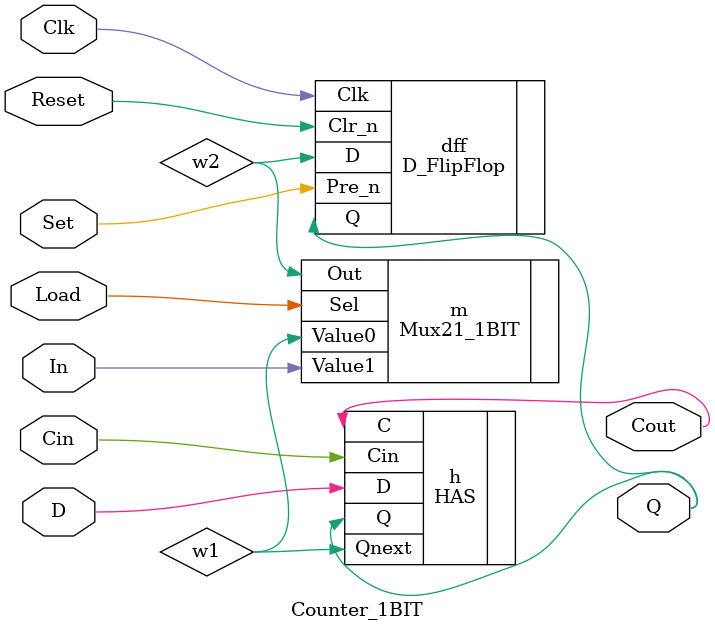
<source format=v>
module Counter_1BIT(Q, Cout, Clk, D, Load, Cin, In, Set, Reset);
	output Q, Cout;
	input Clk, D, Load, Cin, In, Set, Reset;
	wire w1, w2;
	HAS h(.C(Cout), .D(D), .Qnext(w1), .Q(Q), .Cin(Cin));
	Mux21_1BIT m(.Out(w2), .Sel(Load), .Value0(w1), .Value1(In));
	D_FlipFlop dff(.Q(Q), .D(w2), .Clk(Clk), .Pre_n(Set), .Clr_n(Reset));
endmodule
</source>
